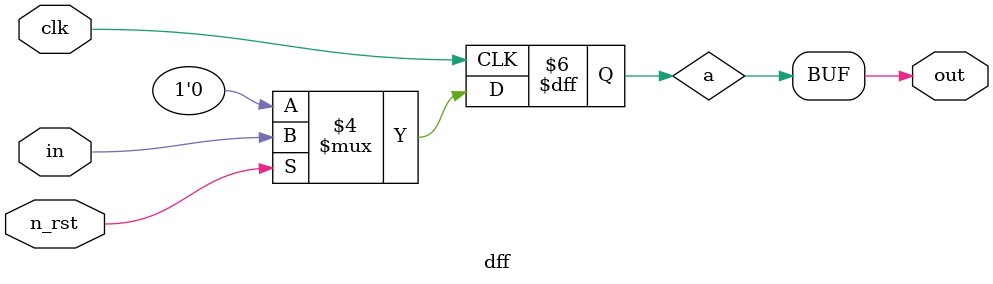
<source format=sv>
module dff(
    input logic clk,
    input logic n_rst,
    input logic in,
    output logic out
);

logic a;
always_ff @(posedge clk) begin
    if (~n_rst) a <= 1'b0;
    else        a <= in;
end
assign out = a;

endmodule
</source>
